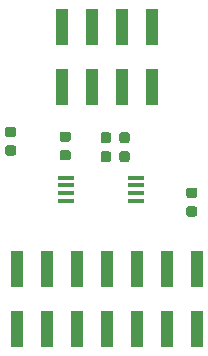
<source format=gbr>
G04 #@! TF.GenerationSoftware,KiCad,Pcbnew,5.1.12-84ad8e8a86~92~ubuntu20.04.1*
G04 #@! TF.CreationDate,2022-01-25T20:13:51-05:00*
G04 #@! TF.ProjectId,ABPDANT060MGAA5_sensor_module,41425044-414e-4543-9036-304d47414135,rev?*
G04 #@! TF.SameCoordinates,Original*
G04 #@! TF.FileFunction,Paste,Bot*
G04 #@! TF.FilePolarity,Positive*
%FSLAX46Y46*%
G04 Gerber Fmt 4.6, Leading zero omitted, Abs format (unit mm)*
G04 Created by KiCad (PCBNEW 5.1.12-84ad8e8a86~92~ubuntu20.04.1) date 2022-01-25 20:13:51*
%MOMM*%
%LPD*%
G01*
G04 APERTURE LIST*
%ADD10R,1.000000X3.150000*%
%ADD11R,1.450000X0.450000*%
G04 APERTURE END LIST*
G36*
G01*
X105021090Y-42941860D02*
X104508590Y-42941860D01*
G75*
G02*
X104289840Y-42723110I0J218750D01*
G01*
X104289840Y-42285610D01*
G75*
G02*
X104508590Y-42066860I218750J0D01*
G01*
X105021090Y-42066860D01*
G75*
G02*
X105239840Y-42285610I0J-218750D01*
G01*
X105239840Y-42723110D01*
G75*
G02*
X105021090Y-42941860I-218750J0D01*
G01*
G37*
G36*
G01*
X105021090Y-41366860D02*
X104508590Y-41366860D01*
G75*
G02*
X104289840Y-41148110I0J218750D01*
G01*
X104289840Y-40710610D01*
G75*
G02*
X104508590Y-40491860I218750J0D01*
G01*
X105021090Y-40491860D01*
G75*
G02*
X105239840Y-40710610I0J-218750D01*
G01*
X105239840Y-41148110D01*
G75*
G02*
X105021090Y-41366860I-218750J0D01*
G01*
G37*
G36*
G01*
X120357610Y-46525700D02*
X119845110Y-46525700D01*
G75*
G02*
X119626360Y-46306950I0J218750D01*
G01*
X119626360Y-45869450D01*
G75*
G02*
X119845110Y-45650700I218750J0D01*
G01*
X120357610Y-45650700D01*
G75*
G02*
X120576360Y-45869450I0J-218750D01*
G01*
X120576360Y-46306950D01*
G75*
G02*
X120357610Y-46525700I-218750J0D01*
G01*
G37*
G36*
G01*
X120357610Y-48100700D02*
X119845110Y-48100700D01*
G75*
G02*
X119626360Y-47881950I0J218750D01*
G01*
X119626360Y-47444450D01*
G75*
G02*
X119845110Y-47225700I218750J0D01*
G01*
X120357610Y-47225700D01*
G75*
G02*
X120576360Y-47444450I0J-218750D01*
G01*
X120576360Y-47881950D01*
G75*
G02*
X120357610Y-48100700I-218750J0D01*
G01*
G37*
G36*
G01*
X112396820Y-43286390D02*
X112396820Y-42773890D01*
G75*
G02*
X112615570Y-42555140I218750J0D01*
G01*
X113053070Y-42555140D01*
G75*
G02*
X113271820Y-42773890I0J-218750D01*
G01*
X113271820Y-43286390D01*
G75*
G02*
X113053070Y-43505140I-218750J0D01*
G01*
X112615570Y-43505140D01*
G75*
G02*
X112396820Y-43286390I0J218750D01*
G01*
G37*
G36*
G01*
X113971820Y-43286390D02*
X113971820Y-42773890D01*
G75*
G02*
X114190570Y-42555140I218750J0D01*
G01*
X114628070Y-42555140D01*
G75*
G02*
X114846820Y-42773890I0J-218750D01*
G01*
X114846820Y-43286390D01*
G75*
G02*
X114628070Y-43505140I-218750J0D01*
G01*
X114190570Y-43505140D01*
G75*
G02*
X113971820Y-43286390I0J218750D01*
G01*
G37*
G36*
G01*
X113971820Y-41676030D02*
X113971820Y-41163530D01*
G75*
G02*
X114190570Y-40944780I218750J0D01*
G01*
X114628070Y-40944780D01*
G75*
G02*
X114846820Y-41163530I0J-218750D01*
G01*
X114846820Y-41676030D01*
G75*
G02*
X114628070Y-41894780I-218750J0D01*
G01*
X114190570Y-41894780D01*
G75*
G02*
X113971820Y-41676030I0J218750D01*
G01*
G37*
G36*
G01*
X112396820Y-41676030D02*
X112396820Y-41163530D01*
G75*
G02*
X112615570Y-40944780I218750J0D01*
G01*
X113053070Y-40944780D01*
G75*
G02*
X113271820Y-41163530I0J-218750D01*
G01*
X113271820Y-41676030D01*
G75*
G02*
X113053070Y-41894780I-218750J0D01*
G01*
X112615570Y-41894780D01*
G75*
G02*
X112396820Y-41676030I0J218750D01*
G01*
G37*
D10*
X105330000Y-52555000D03*
X105330000Y-57605000D03*
X107870000Y-52555000D03*
X107870000Y-57605000D03*
X110410000Y-52555000D03*
X110410000Y-57605000D03*
X112950000Y-52555000D03*
X112950000Y-57605000D03*
X115490000Y-52555000D03*
X115490000Y-57605000D03*
X118030000Y-52555000D03*
X118030000Y-57605000D03*
X120570000Y-52555000D03*
X120570000Y-57605000D03*
X116770000Y-37105000D03*
X116770000Y-32055000D03*
X114230000Y-37105000D03*
X114230000Y-32055000D03*
X111690000Y-37105000D03*
X111690000Y-32055000D03*
X109150000Y-37105000D03*
X109150000Y-32055000D03*
D11*
X115398340Y-44793260D03*
X115398340Y-45443260D03*
X115398340Y-46093260D03*
X115398340Y-46743260D03*
X109498340Y-46743260D03*
X109498340Y-46093260D03*
X109498340Y-45443260D03*
X109498340Y-44793260D03*
G36*
G01*
X109651510Y-43340740D02*
X109139010Y-43340740D01*
G75*
G02*
X108920260Y-43121990I0J218750D01*
G01*
X108920260Y-42684490D01*
G75*
G02*
X109139010Y-42465740I218750J0D01*
G01*
X109651510Y-42465740D01*
G75*
G02*
X109870260Y-42684490I0J-218750D01*
G01*
X109870260Y-43121990D01*
G75*
G02*
X109651510Y-43340740I-218750J0D01*
G01*
G37*
G36*
G01*
X109651510Y-41765740D02*
X109139010Y-41765740D01*
G75*
G02*
X108920260Y-41546990I0J218750D01*
G01*
X108920260Y-41109490D01*
G75*
G02*
X109139010Y-40890740I218750J0D01*
G01*
X109651510Y-40890740D01*
G75*
G02*
X109870260Y-41109490I0J-218750D01*
G01*
X109870260Y-41546990D01*
G75*
G02*
X109651510Y-41765740I-218750J0D01*
G01*
G37*
M02*

</source>
